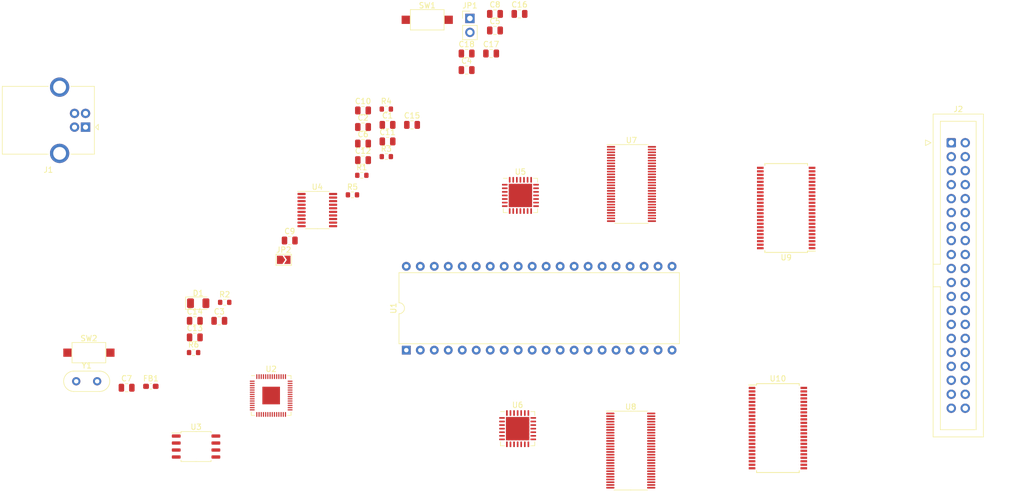
<source format=kicad_pcb>
(kicad_pcb (version 20211014) (generator pcbnew)
  (layers (0 "F.Cu" signal) (31 "B.Cu" signal) (34 "B.Paste" user) (35 "F.Paste" user) (36 "B.SilkS" user "B.Silkscreen") (37 "F.SilkS" user "F.Silkscreen") (38 "B.Mask" user) (39 "F.Mask" user) (44 "Edge.Cuts" user))
  (net 0 "")
  (net 1 "+3.3V")
  (net 2 "GND")
  (net 3 "+5V")
  (net 4 "+1V1")
  (net 5 "Net-(D1-Pad1)")
  (net 6 "VBUS")
  (net 7 "Net-(FB1-Pad2)")
  (net 8 "USB_DM")
  (net 9 "USB_DP")
  (net 50 "QSPI_SS")
  (net 51 "Net-(R2-Pad1)")
  (net 52 "Net-(R3-Pad2)")
  (net 53 "Net-(R4-Pad2)")
  (net 54 "Net-(R5-Pad2)")
  (net 55 "Net-(R6-Pad2)")
  (net 63 "/6802_A0")
  (net 64 "/6802_A1")
  (net 65 "/6802_A2")
  (net 66 "/6802_A3")
  (net 67 "/6802_A4")
  (net 68 "/6802_A5")
  (net 69 "/6802_A6")
  (net 70 "/6802_A7")
  (net 71 "/6802_A8")
  (net 72 "/6802_A9")
  (net 73 "/6802_A10")
  (net 74 "/6802_A11")
  (net 75 "/6802_A12")
  (net 76 "/6802_A13")
  (net 77 "/6802_A14")
  (net 78 "/6802_A15")
  (net 79 "/6802_D7")
  (net 80 "/6802_D6")
  (net 81 "/6802_D5")
  (net 82 "/6802_D4")
  (net 83 "/6802_D3")
  (net 84 "/6802_D2")
  (net 85 "/6802_D1")
  (net 86 "/6802_D0")
  (net 94 "RP_SPI_CLK_L")
  (net 95 "RP_SPI_MOSI_L")
  (net 96 "RP_SPI_MISO_L")
  (net 97 "RP_SPI_CS_L")
  (net 125 "QSPI_SD3")
  (net 126 "QSPI_SCLK")
  (net 127 "QSPI_SD0")
  (net 128 "QSPI_SD2")
  (net 129 "QSPI_SD1")
  (net 139 "RP_SPI_CS_H")
  (net 140 "RP_SPI_MISO_H")
  (net 141 "RP_SPI_MOSI_H")
  (net 142 "RP_SPI_CLK_H")
  (net 150 "/PICO_D0")
  (net 151 "/PICO_D1")
  (net 152 "/PICO_D2")
  (net 153 "/PICO_D3")
  (net 154 "/PICO_D4")
  (net 155 "/PICO_D5")
  (net 156 "/PICO_D6")
  (net 157 "/PICO_D7")
  (net 162 "/PICO_A12")
  (net 163 "/PICO_A13")
  (net 164 "/PICO_A14")
  (net 165 "/PICO_A15")
  (net 169 "/PICO_A0")
  (net 170 "/PICO_A1")
  (net 171 "/PICO_A2")
  (net 172 "/PICO_A3")
  (net 173 "/PICO_A4")
  (net 174 "/PICO_A5")
  (net 175 "/PICO_A6")
  (net 176 "/PICO_A7")
  (net 177 "/PICO_A8")
  (net 178 "/PICO_A9")
  (net 179 "/PICO_A10")
  (net 180 "/PICO_A11")
  (net 221 "/SW_A0")
  (net 222 "/SW_A2")
  (net 223 "/SW_A4")
  (net 224 "/SW_A6")
  (net 227 "/SW_A8")
  (net 228 "/SW_A10")
  (net 229 "/SW_A12")
  (net 230 "/SW_A14")
  (net 235 "/SW_A15")
  (net 236 "/SW_A13")
  (net 237 "/SW_A11")
  (net 238 "/SW_A9")
  (net 241 "/SW_A7")
  (net 242 "/SW_A5")
  (net 243 "/SW_A3")
  (net 244 "/SW_A1")
  (net 248 "Net-(U9-Pad10)")
  (net 251 "Net-(U9-Pad18)")
  (net 284 "Net-(U10-Pad10)")
  (net 285 "Net-(U10-Pad18)")
  (net 305 "Net-(C17-Pad2)")
  (net 306 "Net-(C18-Pad2)")
  (net 307 "Net-(R7-Pad2)")
  (net 308 "Net-(C19-Pad2)")
  (footprint "Capacitor_SMD:C_0805_2012Metric" (layer "F.Cu") (at 170.947 79.6544)
    (fp_text reference "C15")
    (fp_text value "C")
  )
  (footprint "Package_DFN_QFN:QFN-28-1EP_6x6mm_P0.65mm_EP4.25x4.25mm" (layer "F.Cu") (at 190.627 92.4814)
    (fp_text reference "U5")
    (fp_text value "MCP23S17_ML")
  )
  (footprint "Package_SO:SSOP-48_7.5x15.9mm_P0.635mm" (layer "F.Cu") (at 237.3884 134.7724)
    (fp_text reference "U10")
    (fp_text value "SN74CBT16245CDL")
  )
  (footprint "Capacitor_SMD:C_0805_2012Metric" (layer "F.Cu") (at 186.007 62.4944)
    (fp_text reference "C5")
    (fp_text value "0.1uF")
  )
  (footprint "Connector_IDC:IDC-Header_2x20_P2.54mm_Vertical" (layer "F.Cu") (at 268.8685 82.9056)
    (fp_text reference "J2")
    (fp_text value "Conn_02x20_Counter_Clockwise")
  )
  (footprint "Connector_PinHeader_2.54mm:PinHeader_1x02_P2.54mm_Vertical" (layer "F.Cu") (at 181.457 60.3044)
    (fp_text reference "JP1")
    (fp_text value "Jumper_2_Open")
  )
  (footprint "Jumper:SolderJumper-2_P1.3mm_Open_TrianglePad1.0x1.5mm" (layer "F.Cu") (at 147.647 104.1844)
    (fp_text reference "JP2")
    (fp_text value "SolderJumper_2_Open")
  )
  (footprint "Capacitor_SMD:C_0805_2012Metric" (layer "F.Cu") (at 162.047 86.0644)
    (fp_text reference "C12")
    (fp_text value "0.1uF")
  )
  (footprint "Capacitor_SMD:C_0805_2012Metric" (layer "F.Cu") (at 186.007 59.4844)
    (fp_text reference "C8")
    (fp_text value "0.1uF")
  )
  (footprint "Capacitor_SMD:C_0805_2012Metric" (layer "F.Cu") (at 166.497 79.6544)
    (fp_text reference "C1")
    (fp_text value "C")
  )
  (footprint "Resistor_SMD:R_0603_1608Metric" (layer "F.Cu") (at 161.827 88.8244)
    (fp_text reference "R1")
    (fp_text value "DNP")
  )
  (footprint "Package_SO:SOIC-8_5.23x5.23mm_P1.27mm" (layer "F.Cu") (at 131.7244 138.1252)
    (fp_text reference "U3")
    (fp_text value "W25Q128JVS")
  )
  (footprint "Package_SO:TSSOP-56_6.1x14mm_P0.5mm" (layer "F.Cu") (at 210.6676 138.8618)
    (fp_text reference "U8")
    (fp_text value "SN74CBT16233DGGR")
  )
  (footprint "Diode_SMD:D_1206_3216Metric" (layer "F.Cu") (at 132.117 112.0744)
    (fp_text reference "D1")
    (fp_text value "D_Schottky")
  )
  (footprint "Package_SO:SSOP-48_7.5x15.9mm_P0.635mm" (layer "F.Cu") (at 238.887 94.7674 180)
    (fp_text reference "U9")
    (fp_text value "SN74CBT16245CDL")
  )
  (footprint "Capacitor_SMD:C_0805_2012Metric" (layer "F.Cu") (at 135.947 115.2744)
    (fp_text reference "C3")
    (fp_text value "C")
  )
  (footprint "Package_DIP:DIP-40_W15.24mm" (layer "F.Cu") (at 169.9056 120.6042 90)
    (fp_text reference "U1")
    (fp_text value "MC6802")
  )
  (footprint "Inductor_SMD:L_0603_1608Metric_Pad1.05x0.95mm_HandSolder" (layer "F.Cu") (at 123.517 127.1844)
    (fp_text reference "FB1")
    (fp_text value "FerriteBead")
  )
  (footprint "Resistor_SMD:R_0603_1608Metric" (layer "F.Cu") (at 131.277 121.0444)
    (fp_text reference "R6")
    (fp_text value "27.4")
  )
  (footprint "Capacitor_SMD:C_0805_2012Metric" (layer "F.Cu") (at 119.117 127.4344)
    (fp_text reference "C7")
    (fp_text value "0.1uF")
  )
  (footprint "Capacitor_SMD:C_0805_2012Metric" (layer "F.Cu") (at 148.737 100.6744)
    (fp_text reference "C9")
    (fp_text value "0.1uF")
  )
  (footprint "Crystal:Crystal_HC52-U_Vertical" (layer "F.Cu") (at 109.967 126.2644)
    (fp_text reference "Y1")
    (fp_text value "3.58Mhz")
  )
  (footprint "Package_DFN_QFN:QFN-56-1EP_7x7mm_P0.4mm_EP3.2x3.2mm" (layer "F.Cu") (at 145.3642 128.8542)
    (fp_text reference "U2")
    (fp_text value "RP2040")
  )
  (footprint "Capacitor_SMD:C_0805_2012Metric" (layer "F.Cu") (at 185.307 66.6844)
    (fp_text reference "C17")
    (fp_text value "27pF")
  )
  (footprint "Package_DFN_QFN:QFN-28-1EP_6x6mm_P0.65mm_EP4.25x4.25mm" (layer "F.Cu") (at 190.1214 134.8764)
    (fp_text reference "U6")
    (fp_text value "MCP23S17_ML")
  )
  (footprint "Button_Switch_SMD:SW_SPST_CK_RS282G05A3" (layer "F.Cu") (at 173.707 60.5544)
    (fp_text reference "SW1")
    (fp_text value "SW_SPST")
  )
  (footprint "Button_Switch_SMD:SW_SPST_CK_RS282G05A3" (layer "F.Cu") (at 112.267 121.0644)
    (fp_text reference "SW2")
    (fp_text value "SW_SPST")
  )
  (footprint "Capacitor_SMD:C_0805_2012Metric" (layer "F.Cu") (at 131.497 115.2744)
    (fp_text reference "C14")
    (fp_text value "1uF")
  )
  (footprint "Package_SO:TSSOP-20_4.4x6.5mm_P0.65mm" (layer "F.Cu") (at 153.747 95.1444)
    (fp_text reference "U4")
    (fp_text value "TXB0108PWR")
  )
  (footprint "Capacitor_SMD:C_0805_2012Metric" (layer "F.Cu") (at 162.047 80.0444)
    (fp_text reference "C2")
    (fp_text value "C")
  )
  (footprint "Capacitor_SMD:C_0805_2012Metric" (layer "F.Cu") (at 180.857 66.6844)
    (fp_text reference "C18")
    (fp_text value "27pF")
  )
  (footprint "Capacitor_SMD:C_0805_2012Metric" (layer "F.Cu") (at 190.457 59.4844)
    (fp_text reference "C16")
    (fp_text value "C")
  )
  (footprint "Resistor_SMD:R_0603_1608Metric" (layer "F.Cu") (at 136.927 111.9144)
    (fp_text reference "R2")
    (fp_text value "1k")
  )
  (footprint "Capacitor_SMD:C_0805_2012Metric" (layer "F.Cu") (at 162.047 77.0344)
    (fp_text reference "C10")
    (fp_text value "0.1uF")
  )
  (footprint "Resistor_SMD:R_0603_1608Metric" (layer "F.Cu") (at 166.277 76.7844)
    (fp_text reference "R4")
    (fp_text value "330")
  )
  (footprint "Capacitor_SMD:C_0805_2012Metric" (layer "F.Cu") (at 180.857 69.6944)
    (fp_text reference "C4")
    (fp_text value "0.1uF")
  )
  (footprint "Capacitor_SMD:C_0805_2012Metric" (layer "F.Cu") (at 131.497 118.2844)
    (fp_text reference "C13")
    (fp_text value "1uF")
  )
  (footprint "Connector_USB:USB_B_OST_USB-B1HSxx_Horizontal" (layer "F.Cu") (at 111.6573 80.0662 180)
    (fp_text reference "J1")
    (fp_text value "USB_B")
  )
  (footprint "Capacitor_SMD:C_0805_2012Metric" (layer "F.Cu") (at 166.497 82.6644)
    (fp_text reference "C11")
    (fp_text value "0.1uF")
  )
  (footprint "Package_SO:TSSOP-56_6.1x14mm_P0.5mm" (layer "F.Cu") (at 210.7946 90.3986)
    (fp_text reference "U7")
    (fp_text value "SN74CBT16233DGGR")
  )
  (footprint "Resistor_SMD:R_0603_1608Metric" (layer "F.Cu") (at 160.127 92.3744)
    (fp_text reference "R5")
    (fp_text value "27.4")
  )
  (footprint "Capacitor_SMD:C_0805_2012Metric" (layer "F.Cu") (at 162.047 83.0544)
    (fp_text reference "C6")
    (fp_text value "0.1uF")
  )
  (footprint "Resistor_SMD:R_0603_1608Metric" (layer "F.Cu") (at 166.277 85.4244)
    (fp_text reference "R3")
    (fp_text value "3.3k")
  )
)
</source>
